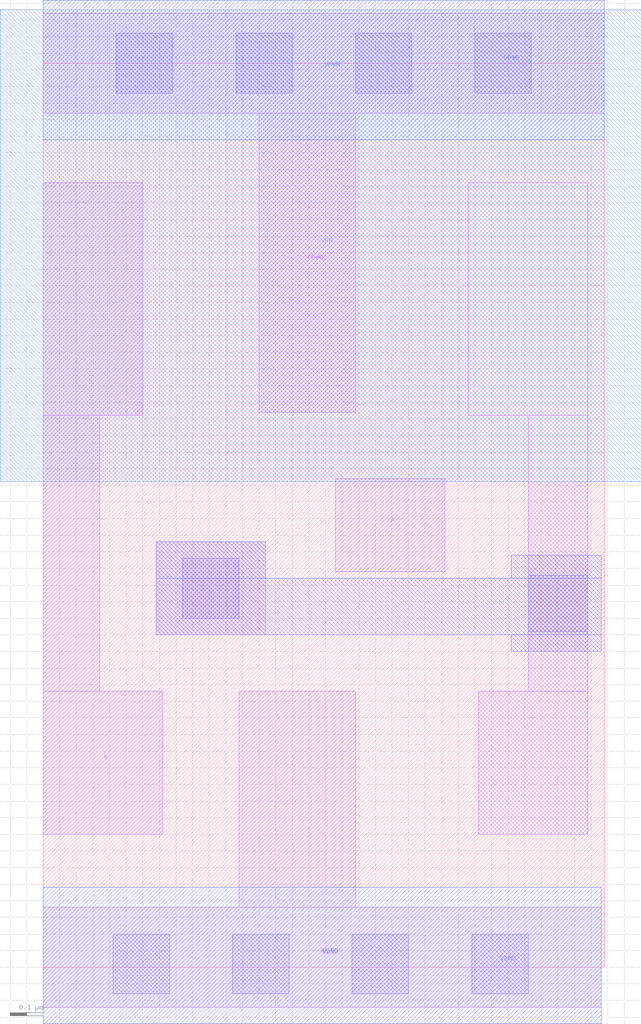
<source format=lef>
VERSION 5.7 ;
  NOWIREEXTENSIONATPIN ON ;
  DIVIDERCHAR "/" ;
  BUSBITCHARS "[]" ;
MACRO sky130_vsdclkbuf_1x
  CLASS CORE ;
  FOREIGN sky130_vsdclkbuf_1x ;
  ORIGIN 0.000 0.000 ;
  SIZE 1.690 BY 2.720 ;
  SYMMETRY X Y R90 ;
  SITE unithd ;
  PIN A
    DIRECTION INPUT ;
    USE SIGNAL ;
    ANTENNAGATEAREA 0.169500 ;
    PORT
      LAYER li1 ;
        RECT 0.880 1.190 1.210 1.470 ;
    END
  END A
  PIN Y
    DIRECTION OUTPUT ;
    USE SIGNAL ;
    ANTENNADIFFAREA 0.421300 ;
    PORT
      LAYER li1 ;
        RECT 0.000 1.660 0.300 2.360 ;
        RECT 0.000 0.830 0.170 1.660 ;
        RECT 0.000 0.400 0.360 0.830 ;
    END
  END Y
  PIN VGND
    DIRECTION INOUT ;
    USE GROUND ;
    PORT
      LAYER li1 ;
        RECT 0.590 0.180 0.940 0.830 ;
        RECT 0.000 -0.120 1.680 0.180 ;
      LAYER mcon ;
        RECT 0.210 -0.080 0.380 0.100 ;
        RECT 0.570 -0.080 0.740 0.100 ;
        RECT 0.930 -0.080 1.100 0.100 ;
        RECT 1.290 -0.080 1.460 0.100 ;
      LAYER met1 ;
        RECT 0.000 -0.170 1.680 0.240 ;
    END
  END VGND
  PIN VPWR
    DIRECTION INOUT ;
    USE POWER ;
    PORT
      LAYER li1 ;
        RECT 0.000 2.570 1.690 2.870 ;
        RECT 0.650 1.670 0.940 2.570 ;
      LAYER mcon ;
        RECT 0.220 2.630 0.390 2.810 ;
        RECT 0.580 2.630 0.750 2.810 ;
        RECT 0.940 2.630 1.110 2.810 ;
        RECT 1.300 2.630 1.470 2.810 ;
      LAYER met1 ;
        RECT 0.000 2.490 1.690 2.910 ;
    END
  END VPWR
  PIN VPB
    DIRECTION INOUT ;
    USE POWER ;
    PORT
      LAYER nwell ;
        RECT -0.130 1.460 1.800 2.880 ;
    END
  END VPB
  OBS
      LAYER li1 ;
        RECT 1.280 1.660 1.640 2.360 ;
        RECT 0.340 1.000 0.670 1.280 ;
        RECT 1.460 0.830 1.640 1.660 ;
        RECT 1.310 0.400 1.640 0.830 ;
      LAYER mcon ;
        RECT 0.420 1.050 0.590 1.230 ;
        RECT 1.460 1.010 1.640 1.180 ;
      LAYER met1 ;
        RECT 0.340 1.170 0.670 1.280 ;
        RECT 1.410 1.170 1.680 1.240 ;
        RECT 0.340 1.000 1.680 1.170 ;
        RECT 1.410 0.950 1.680 1.000 ;
  END
END sky130_vsdclkbuf_1x
END LIBRARY


</source>
